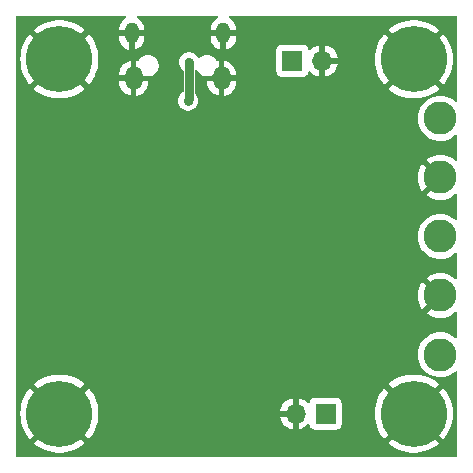
<source format=gbr>
%TF.GenerationSoftware,KiCad,Pcbnew,7.0.1*%
%TF.CreationDate,2023-05-14T20:32:12+02:00*%
%TF.ProjectId,adr4520_vref,61647234-3532-4305-9f76-7265662e6b69,rev?*%
%TF.SameCoordinates,Original*%
%TF.FileFunction,Copper,L2,Bot*%
%TF.FilePolarity,Positive*%
%FSLAX46Y46*%
G04 Gerber Fmt 4.6, Leading zero omitted, Abs format (unit mm)*
G04 Created by KiCad (PCBNEW 7.0.1) date 2023-05-14 20:32:12*
%MOMM*%
%LPD*%
G01*
G04 APERTURE LIST*
%TA.AperFunction,ComponentPad*%
%ADD10R,1.700000X1.700000*%
%TD*%
%TA.AperFunction,ComponentPad*%
%ADD11O,1.700000X1.700000*%
%TD*%
%TA.AperFunction,ComponentPad*%
%ADD12C,5.600000*%
%TD*%
%TA.AperFunction,ComponentPad*%
%ADD13C,2.800000*%
%TD*%
%TA.AperFunction,ComponentPad*%
%ADD14O,1.150000X1.800000*%
%TD*%
%TA.AperFunction,ComponentPad*%
%ADD15O,1.450000X2.000000*%
%TD*%
%TA.AperFunction,ViaPad*%
%ADD16C,0.700000*%
%TD*%
%TA.AperFunction,Conductor*%
%ADD17C,0.750000*%
%TD*%
G04 APERTURE END LIST*
D10*
%TO.P,J2,1,Pin_1*%
%TO.N,/2V048*%
X77540000Y-85000000D03*
D11*
%TO.P,J2,2,Pin_2*%
%TO.N,GND*%
X75000000Y-85000000D03*
%TD*%
D10*
%TO.P,J3,1,Pin_1*%
%TO.N,VBUS*%
X74725000Y-55125000D03*
D11*
%TO.P,J3,2,Pin_2*%
%TO.N,GND*%
X77265000Y-55125000D03*
%TD*%
D12*
%TO.P,H3,1,1*%
%TO.N,GND*%
X55000000Y-85000000D03*
%TD*%
D13*
%TO.P,TP3,1,1*%
%TO.N,VBUS*%
X87250000Y-60000000D03*
%TD*%
%TO.P,TP5,1,1*%
%TO.N,+3V3*%
X87250000Y-70000000D03*
%TD*%
D12*
%TO.P,H2,1,1*%
%TO.N,GND*%
X85000000Y-55000000D03*
%TD*%
D14*
%TO.P,J1,6,Shield*%
%TO.N,GND*%
X68875000Y-52800000D03*
D15*
X68725000Y-56600000D03*
X61275000Y-56600000D03*
D14*
X61125000Y-52800000D03*
%TD*%
D13*
%TO.P,TP2,1,1*%
%TO.N,GND*%
X87250000Y-75000000D03*
%TD*%
%TO.P,TP1,1,1*%
%TO.N,/2V048*%
X87250000Y-80000000D03*
%TD*%
%TO.P,TP4,1,1*%
%TO.N,GND*%
X87250000Y-65000000D03*
%TD*%
D12*
%TO.P,H1,1,1*%
%TO.N,GND*%
X55000000Y-55000000D03*
%TD*%
%TO.P,H4,1,1*%
%TO.N,GND*%
X85000000Y-85000000D03*
%TD*%
D16*
%TO.N,GND*%
X72000000Y-83250000D03*
X79250000Y-79250000D03*
X56750000Y-79000000D03*
X63000000Y-59750000D03*
X61000000Y-66250000D03*
X71000000Y-80750000D03*
X57750000Y-76250000D03*
X63900000Y-55200000D03*
X71750000Y-69250000D03*
X56750000Y-69500000D03*
X60500000Y-81750000D03*
X78250000Y-70750000D03*
X71000000Y-79000000D03*
X63000000Y-58500000D03*
X63250000Y-81750000D03*
X56750000Y-77250000D03*
X71000000Y-84000000D03*
X56000000Y-72000000D03*
X76500000Y-79250000D03*
X59750000Y-67500000D03*
X62500000Y-67500000D03*
X56750000Y-72750000D03*
X71500000Y-71750000D03*
X72500000Y-70750000D03*
X71750000Y-67799500D03*
X56000000Y-70250000D03*
X72000000Y-81500000D03*
X78250000Y-68250000D03*
X57750000Y-80000000D03*
X64250000Y-58500000D03*
X72000000Y-79750000D03*
%TO.N,VBUS*%
X66000000Y-55250000D03*
X65900000Y-58500000D03*
%TD*%
D17*
%TO.N,VBUS*%
X66000000Y-58400000D02*
X65900000Y-58500000D01*
X66000000Y-55250000D02*
X66000000Y-58400000D01*
%TD*%
%TA.AperFunction,Conductor*%
%TO.N,GND*%
G36*
X60603036Y-51318313D02*
G01*
X60648673Y-51366633D01*
X60662801Y-51431579D01*
X60641362Y-51494491D01*
X60590515Y-51537294D01*
X60585053Y-51539788D01*
X60417824Y-51658872D01*
X60276146Y-51807459D01*
X60165157Y-51980162D01*
X60088852Y-52170762D01*
X60050000Y-52372350D01*
X60050000Y-52550000D01*
X62200000Y-52550000D01*
X62200000Y-52423794D01*
X62185374Y-52270626D01*
X62127535Y-52073646D01*
X62033459Y-51891163D01*
X61906554Y-51729792D01*
X61751396Y-51595346D01*
X61641480Y-51531887D01*
X61596093Y-51486500D01*
X61579480Y-51424500D01*
X61596093Y-51362500D01*
X61641480Y-51317113D01*
X61703480Y-51300500D01*
X68289003Y-51300500D01*
X68353036Y-51318313D01*
X68398673Y-51366633D01*
X68412801Y-51431579D01*
X68391362Y-51494491D01*
X68340515Y-51537294D01*
X68335053Y-51539788D01*
X68167824Y-51658872D01*
X68026146Y-51807459D01*
X67915157Y-51980162D01*
X67838852Y-52170762D01*
X67800000Y-52372350D01*
X67800000Y-52550000D01*
X69950000Y-52550000D01*
X69950000Y-52493703D01*
X82847255Y-52493703D01*
X85000000Y-54646447D01*
X85000001Y-54646447D01*
X87152743Y-52493703D01*
X87152742Y-52493702D01*
X87139514Y-52481171D01*
X86854636Y-52264613D01*
X86548015Y-52080126D01*
X86223253Y-51929875D01*
X85884140Y-51815614D01*
X85534664Y-51738689D01*
X85178922Y-51700000D01*
X84821078Y-51700000D01*
X84465335Y-51738689D01*
X84115859Y-51815614D01*
X83776746Y-51929875D01*
X83451984Y-52080126D01*
X83145363Y-52264613D01*
X82860486Y-52481170D01*
X82847256Y-52493702D01*
X82847255Y-52493703D01*
X69950000Y-52493703D01*
X69950000Y-52423794D01*
X69935374Y-52270626D01*
X69877535Y-52073646D01*
X69783459Y-51891163D01*
X69656554Y-51729792D01*
X69501396Y-51595346D01*
X69391480Y-51531887D01*
X69346093Y-51486500D01*
X69329480Y-51424500D01*
X69346093Y-51362500D01*
X69391480Y-51317113D01*
X69453480Y-51300500D01*
X88575500Y-51300500D01*
X88637500Y-51317113D01*
X88682887Y-51362500D01*
X88699500Y-51424500D01*
X88699500Y-58463343D01*
X88680995Y-58528510D01*
X88631004Y-58574227D01*
X88564447Y-58586849D01*
X88501189Y-58562610D01*
X88497744Y-58560031D01*
X88497742Y-58560029D01*
X88280113Y-58397113D01*
X88280114Y-58397113D01*
X88280108Y-58397109D01*
X88041519Y-58266831D01*
X88041517Y-58266830D01*
X88041513Y-58266828D01*
X87786801Y-58171825D01*
X87786796Y-58171823D01*
X87521161Y-58114039D01*
X87250000Y-58094644D01*
X86978838Y-58114039D01*
X86713203Y-58171823D01*
X86568956Y-58225624D01*
X86458487Y-58266828D01*
X86458484Y-58266829D01*
X86458480Y-58266831D01*
X86219891Y-58397109D01*
X86002255Y-58560031D01*
X85810031Y-58752255D01*
X85647109Y-58969891D01*
X85516831Y-59208480D01*
X85421823Y-59463203D01*
X85364039Y-59728838D01*
X85344644Y-60000000D01*
X85364039Y-60271161D01*
X85421823Y-60536796D01*
X85421825Y-60536801D01*
X85516828Y-60791513D01*
X85516830Y-60791517D01*
X85516831Y-60791519D01*
X85647109Y-61030108D01*
X85647113Y-61030113D01*
X85810029Y-61247742D01*
X86002258Y-61439971D01*
X86131415Y-61536657D01*
X86219891Y-61602890D01*
X86415802Y-61709864D01*
X86458487Y-61733172D01*
X86713199Y-61828175D01*
X86713202Y-61828175D01*
X86713203Y-61828176D01*
X86762852Y-61838976D01*
X86978840Y-61885961D01*
X87250000Y-61905355D01*
X87521160Y-61885961D01*
X87786801Y-61828175D01*
X88041513Y-61733172D01*
X88280113Y-61602887D01*
X88497742Y-61439971D01*
X88497744Y-61439968D01*
X88501189Y-61437390D01*
X88564447Y-61413151D01*
X88631004Y-61425773D01*
X88680995Y-61471490D01*
X88699500Y-61536657D01*
X88699500Y-63463968D01*
X88680995Y-63529135D01*
X88631005Y-63574852D01*
X88564448Y-63587474D01*
X88501190Y-63563235D01*
X88279842Y-63397536D01*
X88041307Y-63267287D01*
X87786654Y-63172305D01*
X87521089Y-63114536D01*
X87250000Y-63095146D01*
X86978910Y-63114536D01*
X86713345Y-63172305D01*
X86458692Y-63267286D01*
X86220162Y-63397534D01*
X86094875Y-63491321D01*
X87250000Y-64646447D01*
X87515871Y-64912318D01*
X87547965Y-64967905D01*
X87547965Y-65032093D01*
X87515871Y-65087680D01*
X86094874Y-66508677D01*
X86094875Y-66508678D01*
X86220157Y-66602463D01*
X86458692Y-66732712D01*
X86713345Y-66827694D01*
X86978910Y-66885463D01*
X87250000Y-66904853D01*
X87521089Y-66885463D01*
X87786654Y-66827694D01*
X88041307Y-66732712D01*
X88279842Y-66602463D01*
X88501190Y-66436765D01*
X88564448Y-66412526D01*
X88631005Y-66425148D01*
X88680995Y-66470865D01*
X88699500Y-66536032D01*
X88699500Y-68463343D01*
X88680995Y-68528510D01*
X88631004Y-68574227D01*
X88564447Y-68586849D01*
X88501189Y-68562610D01*
X88497744Y-68560031D01*
X88497742Y-68560029D01*
X88280113Y-68397113D01*
X88280114Y-68397113D01*
X88280108Y-68397109D01*
X88041519Y-68266831D01*
X88041517Y-68266830D01*
X88041513Y-68266828D01*
X87786801Y-68171825D01*
X87786796Y-68171823D01*
X87521161Y-68114039D01*
X87250000Y-68094644D01*
X86978838Y-68114039D01*
X86713203Y-68171823D01*
X86568956Y-68225624D01*
X86458487Y-68266828D01*
X86458484Y-68266829D01*
X86458480Y-68266831D01*
X86219891Y-68397109D01*
X86002255Y-68560031D01*
X85810031Y-68752255D01*
X85647109Y-68969891D01*
X85516831Y-69208480D01*
X85421823Y-69463203D01*
X85364039Y-69728838D01*
X85344644Y-69999999D01*
X85364039Y-70271161D01*
X85421823Y-70536796D01*
X85421825Y-70536801D01*
X85516828Y-70791513D01*
X85516830Y-70791517D01*
X85516831Y-70791519D01*
X85647109Y-71030108D01*
X85647113Y-71030113D01*
X85810029Y-71247742D01*
X86002258Y-71439971D01*
X86131415Y-71536657D01*
X86219891Y-71602890D01*
X86415802Y-71709864D01*
X86458487Y-71733172D01*
X86713199Y-71828175D01*
X86713202Y-71828175D01*
X86713203Y-71828176D01*
X86762852Y-71838976D01*
X86978840Y-71885961D01*
X87250000Y-71905355D01*
X87521160Y-71885961D01*
X87786801Y-71828175D01*
X88041513Y-71733172D01*
X88280113Y-71602887D01*
X88497742Y-71439971D01*
X88497744Y-71439968D01*
X88501189Y-71437390D01*
X88564447Y-71413151D01*
X88631004Y-71425773D01*
X88680995Y-71471490D01*
X88699500Y-71536657D01*
X88699500Y-73463968D01*
X88680995Y-73529135D01*
X88631005Y-73574852D01*
X88564448Y-73587474D01*
X88501190Y-73563235D01*
X88279842Y-73397536D01*
X88041307Y-73267287D01*
X87786654Y-73172305D01*
X87521089Y-73114536D01*
X87250000Y-73095146D01*
X86978910Y-73114536D01*
X86713345Y-73172305D01*
X86458692Y-73267286D01*
X86220162Y-73397534D01*
X86094875Y-73491321D01*
X87250000Y-74646447D01*
X87515871Y-74912318D01*
X87547965Y-74967905D01*
X87547965Y-75032093D01*
X87515871Y-75087680D01*
X86094874Y-76508677D01*
X86094875Y-76508678D01*
X86220157Y-76602463D01*
X86458692Y-76732712D01*
X86713345Y-76827694D01*
X86978910Y-76885463D01*
X87250000Y-76904853D01*
X87521089Y-76885463D01*
X87786654Y-76827694D01*
X88041307Y-76732712D01*
X88279842Y-76602463D01*
X88501190Y-76436765D01*
X88564448Y-76412526D01*
X88631005Y-76425148D01*
X88680995Y-76470865D01*
X88699500Y-76536032D01*
X88699500Y-78463343D01*
X88680995Y-78528510D01*
X88631004Y-78574227D01*
X88564447Y-78586849D01*
X88501189Y-78562610D01*
X88497744Y-78560031D01*
X88497742Y-78560029D01*
X88280113Y-78397113D01*
X88280114Y-78397113D01*
X88280108Y-78397109D01*
X88041519Y-78266831D01*
X88041517Y-78266830D01*
X88041513Y-78266828D01*
X87786801Y-78171825D01*
X87786796Y-78171823D01*
X87521161Y-78114039D01*
X87250000Y-78094644D01*
X86978838Y-78114039D01*
X86713203Y-78171823D01*
X86568956Y-78225624D01*
X86458487Y-78266828D01*
X86458484Y-78266829D01*
X86458480Y-78266831D01*
X86219891Y-78397109D01*
X86002255Y-78560031D01*
X85810031Y-78752255D01*
X85647109Y-78969891D01*
X85516831Y-79208480D01*
X85421823Y-79463203D01*
X85364039Y-79728838D01*
X85344644Y-80000000D01*
X85364039Y-80271161D01*
X85421823Y-80536796D01*
X85421825Y-80536801D01*
X85516828Y-80791513D01*
X85516830Y-80791517D01*
X85516831Y-80791519D01*
X85647109Y-81030108D01*
X85647113Y-81030113D01*
X85810029Y-81247742D01*
X86002258Y-81439971D01*
X86131415Y-81536657D01*
X86219891Y-81602890D01*
X86397737Y-81700000D01*
X86458487Y-81733172D01*
X86713199Y-81828175D01*
X86713202Y-81828175D01*
X86713203Y-81828176D01*
X86762852Y-81838976D01*
X86978840Y-81885961D01*
X87250000Y-81905355D01*
X87521160Y-81885961D01*
X87786801Y-81828175D01*
X88041513Y-81733172D01*
X88280113Y-81602887D01*
X88497742Y-81439971D01*
X88497744Y-81439968D01*
X88501189Y-81437390D01*
X88564447Y-81413151D01*
X88631004Y-81425773D01*
X88680995Y-81471490D01*
X88699500Y-81536657D01*
X88699500Y-88575500D01*
X88682887Y-88637500D01*
X88637500Y-88682887D01*
X88575500Y-88699500D01*
X51424500Y-88699500D01*
X51362500Y-88682887D01*
X51317113Y-88637500D01*
X51300500Y-88575500D01*
X51300500Y-87506295D01*
X52847255Y-87506295D01*
X52847256Y-87506296D01*
X52860485Y-87518828D01*
X53145363Y-87735386D01*
X53451984Y-87919873D01*
X53776746Y-88070124D01*
X54115859Y-88184385D01*
X54465335Y-88261310D01*
X54821078Y-88300000D01*
X55178922Y-88300000D01*
X55534664Y-88261310D01*
X55884140Y-88184385D01*
X56223253Y-88070124D01*
X56548015Y-87919873D01*
X56854636Y-87735386D01*
X57139515Y-87518827D01*
X57152742Y-87506297D01*
X57152743Y-87506295D01*
X82847255Y-87506295D01*
X82847256Y-87506296D01*
X82860485Y-87518828D01*
X83145363Y-87735386D01*
X83451984Y-87919873D01*
X83776746Y-88070124D01*
X84115859Y-88184385D01*
X84465335Y-88261310D01*
X84821078Y-88300000D01*
X85178922Y-88300000D01*
X85534664Y-88261310D01*
X85884140Y-88184385D01*
X86223253Y-88070124D01*
X86548015Y-87919873D01*
X86854636Y-87735386D01*
X87139515Y-87518827D01*
X87152742Y-87506297D01*
X87152743Y-87506295D01*
X85000000Y-85353553D01*
X82847255Y-87506295D01*
X57152743Y-87506295D01*
X55000000Y-85353553D01*
X52847255Y-87506295D01*
X51300500Y-87506295D01*
X51300500Y-84999999D01*
X51695152Y-84999999D01*
X51714525Y-85357310D01*
X51772419Y-85710451D01*
X51868149Y-86055241D01*
X52000601Y-86387670D01*
X52168218Y-86703829D01*
X52369031Y-87000004D01*
X52496441Y-87150003D01*
X52496442Y-87150004D01*
X54646447Y-85000001D01*
X54646447Y-85000000D01*
X55353553Y-85000000D01*
X57503556Y-87150003D01*
X57630968Y-87000004D01*
X57831781Y-86703829D01*
X57999398Y-86387670D01*
X58131850Y-86055241D01*
X58227580Y-85710451D01*
X58285474Y-85357310D01*
X58291292Y-85250000D01*
X73669364Y-85250000D01*
X73726569Y-85463492D01*
X73826399Y-85677576D01*
X73961893Y-85871081D01*
X74128918Y-86038106D01*
X74322423Y-86173600D01*
X74536507Y-86273430D01*
X74749999Y-86330635D01*
X74750000Y-86330636D01*
X74750000Y-86330635D01*
X75250000Y-86330635D01*
X75463492Y-86273430D01*
X75677576Y-86173600D01*
X75871077Y-86038109D01*
X75993133Y-85916053D01*
X76045880Y-85884757D01*
X76107173Y-85882568D01*
X76162018Y-85910021D01*
X76196996Y-85960399D01*
X76246204Y-86092331D01*
X76332454Y-86207546D01*
X76447669Y-86293796D01*
X76582517Y-86344091D01*
X76642127Y-86350500D01*
X78437872Y-86350499D01*
X78497483Y-86344091D01*
X78632331Y-86293796D01*
X78747546Y-86207546D01*
X78833796Y-86092331D01*
X78884091Y-85957483D01*
X78890500Y-85897873D01*
X78890499Y-84999999D01*
X81695152Y-84999999D01*
X81714525Y-85357310D01*
X81772419Y-85710451D01*
X81868149Y-86055241D01*
X82000601Y-86387670D01*
X82168218Y-86703829D01*
X82369031Y-87000004D01*
X82496441Y-87150003D01*
X82496442Y-87150004D01*
X84646447Y-85000001D01*
X85353553Y-85000001D01*
X87503556Y-87150003D01*
X87630968Y-87000004D01*
X87831781Y-86703829D01*
X87999398Y-86387670D01*
X88131850Y-86055241D01*
X88227580Y-85710451D01*
X88285474Y-85357310D01*
X88304847Y-84999999D01*
X88285474Y-84642689D01*
X88227580Y-84289548D01*
X88131850Y-83944758D01*
X87999398Y-83612329D01*
X87831781Y-83296170D01*
X87630968Y-82999995D01*
X87503557Y-82849995D01*
X87503556Y-82849994D01*
X85353553Y-84999999D01*
X85353553Y-85000001D01*
X84646447Y-85000001D01*
X84646447Y-84999999D01*
X82496442Y-82849994D01*
X82496441Y-82849995D01*
X82369030Y-82999995D01*
X82168218Y-83296170D01*
X82000601Y-83612329D01*
X81868149Y-83944758D01*
X81772419Y-84289548D01*
X81714525Y-84642689D01*
X81695152Y-84999999D01*
X78890499Y-84999999D01*
X78890499Y-84102128D01*
X78884091Y-84042517D01*
X78833796Y-83907669D01*
X78747546Y-83792454D01*
X78632331Y-83706204D01*
X78497483Y-83655909D01*
X78437873Y-83649500D01*
X78437869Y-83649500D01*
X76642130Y-83649500D01*
X76582515Y-83655909D01*
X76447669Y-83706204D01*
X76332454Y-83792454D01*
X76246204Y-83907669D01*
X76196997Y-84039599D01*
X76162018Y-84089978D01*
X76107173Y-84117431D01*
X76045880Y-84115242D01*
X75993134Y-84083946D01*
X75871081Y-83961893D01*
X75677576Y-83826399D01*
X75463492Y-83726569D01*
X75250000Y-83669364D01*
X75250000Y-86330635D01*
X74750000Y-86330635D01*
X74750000Y-85250000D01*
X73669364Y-85250000D01*
X58291292Y-85250000D01*
X58304847Y-84999999D01*
X58291292Y-84750000D01*
X73669364Y-84750000D01*
X74750000Y-84750000D01*
X74750000Y-83669364D01*
X74749999Y-83669364D01*
X74536507Y-83726569D01*
X74322421Y-83826400D01*
X74128921Y-83961890D01*
X73961890Y-84128921D01*
X73826400Y-84322421D01*
X73726569Y-84536507D01*
X73669364Y-84749999D01*
X73669364Y-84750000D01*
X58291292Y-84750000D01*
X58285474Y-84642689D01*
X58227580Y-84289548D01*
X58131850Y-83944758D01*
X57999398Y-83612329D01*
X57831781Y-83296170D01*
X57630968Y-82999995D01*
X57503557Y-82849995D01*
X57503556Y-82849994D01*
X55353553Y-85000000D01*
X54646447Y-85000000D01*
X52496442Y-82849994D01*
X52496441Y-82849995D01*
X52369030Y-82999995D01*
X52168218Y-83296170D01*
X52000601Y-83612329D01*
X51868149Y-83944758D01*
X51772419Y-84289548D01*
X51714525Y-84642689D01*
X51695152Y-84999999D01*
X51300500Y-84999999D01*
X51300500Y-82493703D01*
X52847255Y-82493703D01*
X55000000Y-84646447D01*
X55000001Y-84646447D01*
X57152743Y-82493703D01*
X82847255Y-82493703D01*
X85000000Y-84646447D01*
X85000001Y-84646447D01*
X87152743Y-82493703D01*
X87152742Y-82493702D01*
X87139514Y-82481171D01*
X86854636Y-82264613D01*
X86548015Y-82080126D01*
X86223253Y-81929875D01*
X85884140Y-81815614D01*
X85534664Y-81738689D01*
X85178922Y-81700000D01*
X84821078Y-81700000D01*
X84465335Y-81738689D01*
X84115859Y-81815614D01*
X83776746Y-81929875D01*
X83451984Y-82080126D01*
X83145363Y-82264613D01*
X82860486Y-82481170D01*
X82847256Y-82493702D01*
X82847255Y-82493703D01*
X57152743Y-82493703D01*
X57152742Y-82493702D01*
X57139514Y-82481171D01*
X56854636Y-82264613D01*
X56548015Y-82080126D01*
X56223253Y-81929875D01*
X55884140Y-81815614D01*
X55534664Y-81738689D01*
X55178922Y-81700000D01*
X54821078Y-81700000D01*
X54465335Y-81738689D01*
X54115859Y-81815614D01*
X53776746Y-81929875D01*
X53451984Y-82080126D01*
X53145363Y-82264613D01*
X52860486Y-82481170D01*
X52847256Y-82493702D01*
X52847255Y-82493703D01*
X51300500Y-82493703D01*
X51300500Y-74999999D01*
X85345146Y-74999999D01*
X85364536Y-75271089D01*
X85422305Y-75536654D01*
X85517287Y-75791307D01*
X85647536Y-76029842D01*
X85741320Y-76155124D01*
X85741321Y-76155124D01*
X86896446Y-75000001D01*
X86896446Y-74999999D01*
X85741321Y-73844875D01*
X85647534Y-73970162D01*
X85517286Y-74208692D01*
X85422305Y-74463345D01*
X85364536Y-74728910D01*
X85345146Y-74999999D01*
X51300500Y-74999999D01*
X51300500Y-65000000D01*
X85345146Y-65000000D01*
X85364536Y-65271089D01*
X85422305Y-65536654D01*
X85517287Y-65791307D01*
X85647536Y-66029842D01*
X85741320Y-66155124D01*
X86896446Y-65000000D01*
X86896446Y-64999998D01*
X85741321Y-63844875D01*
X85647534Y-63970162D01*
X85517286Y-64208692D01*
X85422305Y-64463345D01*
X85364536Y-64728910D01*
X85345146Y-65000000D01*
X51300500Y-65000000D01*
X51300500Y-58500000D01*
X65044815Y-58500000D01*
X65063503Y-58677804D01*
X65118749Y-58847835D01*
X65208140Y-59002665D01*
X65327771Y-59135527D01*
X65472403Y-59240610D01*
X65635735Y-59313330D01*
X65810607Y-59350500D01*
X65810609Y-59350500D01*
X65989391Y-59350500D01*
X65989393Y-59350500D01*
X66164264Y-59313330D01*
X66164265Y-59313329D01*
X66164267Y-59313329D01*
X66327593Y-59240612D01*
X66472230Y-59135526D01*
X66591859Y-59002665D01*
X66681250Y-58847835D01*
X66736497Y-58677803D01*
X66755185Y-58500000D01*
X66736497Y-58322197D01*
X66687638Y-58171825D01*
X66681250Y-58152164D01*
X66591859Y-57997334D01*
X66496250Y-57891150D01*
X66472636Y-57852616D01*
X66464400Y-57808178D01*
X66464400Y-56850000D01*
X67500000Y-56850000D01*
X67500000Y-56930007D01*
X67514816Y-57094620D01*
X67573476Y-57307173D01*
X67669147Y-57505838D01*
X67798761Y-57684233D01*
X67958137Y-57836614D01*
X68142164Y-57958088D01*
X68344923Y-58044753D01*
X68474999Y-58074442D01*
X68475000Y-58074442D01*
X68475000Y-56850000D01*
X68975000Y-56850000D01*
X68975000Y-58077322D01*
X68998689Y-58074114D01*
X69208401Y-58005973D01*
X69402576Y-57901482D01*
X69574973Y-57764001D01*
X69720051Y-57597946D01*
X69774810Y-57506295D01*
X82847255Y-57506295D01*
X82847256Y-57506296D01*
X82860485Y-57518828D01*
X83145363Y-57735386D01*
X83451984Y-57919873D01*
X83776746Y-58070124D01*
X84115859Y-58184385D01*
X84465335Y-58261310D01*
X84821078Y-58300000D01*
X85178922Y-58300000D01*
X85534664Y-58261310D01*
X85884140Y-58184385D01*
X86223253Y-58070124D01*
X86548015Y-57919873D01*
X86854636Y-57735386D01*
X87139515Y-57518827D01*
X87152742Y-57506297D01*
X87152743Y-57506295D01*
X85000000Y-55353553D01*
X82847255Y-57506295D01*
X69774810Y-57506295D01*
X69833148Y-57408655D01*
X69910627Y-57202212D01*
X69950000Y-56985253D01*
X69950000Y-56850000D01*
X68975000Y-56850000D01*
X68475000Y-56850000D01*
X67500000Y-56850000D01*
X66464400Y-56850000D01*
X66464400Y-56027051D01*
X66477912Y-55970762D01*
X66515504Y-55926741D01*
X66517425Y-55925345D01*
X66567714Y-55903733D01*
X66622408Y-55905879D01*
X66670850Y-55931363D01*
X66703601Y-55975220D01*
X66715849Y-56002731D01*
X66739918Y-56035860D01*
X66746984Y-56046740D01*
X66767467Y-56082216D01*
X66794867Y-56112647D01*
X66794877Y-56112657D01*
X66803041Y-56122739D01*
X66827112Y-56155871D01*
X66857544Y-56183272D01*
X66866715Y-56192442D01*
X66894129Y-56222888D01*
X66894130Y-56222889D01*
X66927258Y-56246957D01*
X66937347Y-56255127D01*
X66967781Y-56282531D01*
X66967783Y-56282532D01*
X66967784Y-56282533D01*
X67003266Y-56303019D01*
X67014136Y-56310078D01*
X67047270Y-56334151D01*
X67084683Y-56350808D01*
X67096239Y-56356696D01*
X67131716Y-56377179D01*
X67170666Y-56389834D01*
X67182778Y-56394483D01*
X67220197Y-56411144D01*
X67260267Y-56419660D01*
X67272782Y-56423014D01*
X67311744Y-56435674D01*
X67352485Y-56439955D01*
X67365294Y-56441985D01*
X67405354Y-56450500D01*
X67452808Y-56450500D01*
X67594643Y-56450500D01*
X67594646Y-56450500D01*
X67634726Y-56441980D01*
X67647503Y-56439956D01*
X67688256Y-56435674D01*
X67727220Y-56423012D01*
X67739741Y-56419658D01*
X67765860Y-56414107D01*
X67779799Y-56411145D01*
X67779799Y-56411144D01*
X67779803Y-56411144D01*
X67817234Y-56394477D01*
X67829324Y-56389836D01*
X67868284Y-56377179D01*
X67886583Y-56366613D01*
X67948584Y-56350000D01*
X68475000Y-56350000D01*
X68475000Y-55125557D01*
X68975000Y-55125557D01*
X68975000Y-56350000D01*
X69950000Y-56350000D01*
X69950000Y-56269993D01*
X69935183Y-56105379D01*
X69912412Y-56022869D01*
X73374500Y-56022869D01*
X73380909Y-56082484D01*
X73392159Y-56112647D01*
X73431204Y-56217331D01*
X73517454Y-56332546D01*
X73632669Y-56418796D01*
X73767517Y-56469091D01*
X73827127Y-56475500D01*
X75622872Y-56475499D01*
X75682483Y-56469091D01*
X75817331Y-56418796D01*
X75932546Y-56332546D01*
X76018796Y-56217331D01*
X76068003Y-56085398D01*
X76102981Y-56035021D01*
X76157826Y-56007568D01*
X76219119Y-56009757D01*
X76271865Y-56041053D01*
X76393918Y-56163106D01*
X76587423Y-56298600D01*
X76801507Y-56398430D01*
X77014999Y-56455635D01*
X77015000Y-56455636D01*
X77015000Y-55375000D01*
X77515000Y-55375000D01*
X77515000Y-56455635D01*
X77728492Y-56398430D01*
X77942576Y-56298600D01*
X78136081Y-56163106D01*
X78303106Y-55996081D01*
X78438600Y-55802576D01*
X78538430Y-55588492D01*
X78595636Y-55375000D01*
X77515000Y-55375000D01*
X77015000Y-55375000D01*
X77015000Y-55000000D01*
X81695152Y-55000000D01*
X81714525Y-55357310D01*
X81772419Y-55710451D01*
X81868149Y-56055241D01*
X82000601Y-56387670D01*
X82168218Y-56703829D01*
X82369031Y-57000004D01*
X82496441Y-57150003D01*
X82496442Y-57150004D01*
X84646447Y-55000001D01*
X85353553Y-55000001D01*
X87503556Y-57150003D01*
X87630968Y-57000004D01*
X87831781Y-56703829D01*
X87999398Y-56387670D01*
X88131850Y-56055241D01*
X88227580Y-55710451D01*
X88285474Y-55357310D01*
X88304847Y-55000000D01*
X88285474Y-54642689D01*
X88227580Y-54289548D01*
X88131850Y-53944758D01*
X87999398Y-53612329D01*
X87831781Y-53296170D01*
X87630968Y-52999995D01*
X87503557Y-52849995D01*
X87503556Y-52849994D01*
X85353553Y-54999999D01*
X85353553Y-55000001D01*
X84646447Y-55000001D01*
X84646447Y-54999999D01*
X82496442Y-52849994D01*
X82496441Y-52849995D01*
X82369030Y-52999995D01*
X82168218Y-53296170D01*
X82000601Y-53612329D01*
X81868149Y-53944758D01*
X81772419Y-54289548D01*
X81714525Y-54642689D01*
X81695152Y-55000000D01*
X77015000Y-55000000D01*
X77015000Y-53794364D01*
X77515000Y-53794364D01*
X77515000Y-54875000D01*
X78595636Y-54875000D01*
X78595635Y-54874999D01*
X78538430Y-54661507D01*
X78438599Y-54447421D01*
X78303109Y-54253921D01*
X78136081Y-54086893D01*
X77942576Y-53951399D01*
X77728492Y-53851569D01*
X77515000Y-53794364D01*
X77015000Y-53794364D01*
X77014999Y-53794364D01*
X76801507Y-53851569D01*
X76587421Y-53951400D01*
X76393924Y-54086888D01*
X76271865Y-54208947D01*
X76219118Y-54240242D01*
X76157825Y-54242431D01*
X76102981Y-54214978D01*
X76068002Y-54164598D01*
X76060877Y-54145495D01*
X76018796Y-54032669D01*
X75932546Y-53917454D01*
X75817331Y-53831204D01*
X75682483Y-53780909D01*
X75622873Y-53774500D01*
X75622869Y-53774500D01*
X73827130Y-53774500D01*
X73767515Y-53780909D01*
X73632669Y-53831204D01*
X73517454Y-53917454D01*
X73431204Y-54032668D01*
X73380909Y-54167516D01*
X73374500Y-54227130D01*
X73374500Y-56022869D01*
X69912412Y-56022869D01*
X69876523Y-55892826D01*
X69780852Y-55694161D01*
X69651238Y-55515766D01*
X69491862Y-55363385D01*
X69307835Y-55241911D01*
X69105076Y-55155246D01*
X68975000Y-55125557D01*
X68475000Y-55125557D01*
X68475000Y-55122678D01*
X68474999Y-55122677D01*
X68451311Y-55125885D01*
X68418575Y-55136522D01*
X68367294Y-55141910D01*
X68318256Y-55125976D01*
X68279941Y-55091476D01*
X68260075Y-55064131D01*
X68253015Y-55053260D01*
X68232531Y-55017781D01*
X68205127Y-54987347D01*
X68196957Y-54977258D01*
X68172889Y-54944130D01*
X68172887Y-54944128D01*
X68142442Y-54916715D01*
X68133274Y-54907546D01*
X68105871Y-54877112D01*
X68096785Y-54870511D01*
X68084164Y-54861341D01*
X68072739Y-54853041D01*
X68062662Y-54844881D01*
X68032216Y-54817467D01*
X68032215Y-54817466D01*
X67996740Y-54796984D01*
X67985860Y-54789918D01*
X67952732Y-54765850D01*
X67952728Y-54765848D01*
X67915308Y-54749187D01*
X67903755Y-54743300D01*
X67868284Y-54722821D01*
X67829331Y-54710164D01*
X67817213Y-54705512D01*
X67779805Y-54688856D01*
X67758011Y-54684224D01*
X67739739Y-54680340D01*
X67727209Y-54676982D01*
X67688255Y-54664325D01*
X67647519Y-54660043D01*
X67634706Y-54658014D01*
X67594646Y-54649500D01*
X67405354Y-54649500D01*
X67405351Y-54649500D01*
X67365292Y-54658013D01*
X67352483Y-54660042D01*
X67311744Y-54664325D01*
X67272794Y-54676981D01*
X67260258Y-54680340D01*
X67220198Y-54688854D01*
X67182780Y-54705514D01*
X67170668Y-54710163D01*
X67131715Y-54722820D01*
X67096241Y-54743301D01*
X67084681Y-54749191D01*
X67047270Y-54765848D01*
X67014137Y-54789919D01*
X67003260Y-54796983D01*
X66967782Y-54817467D01*
X66937347Y-54844871D01*
X66927265Y-54853036D01*
X66915835Y-54861341D01*
X66851599Y-54884723D01*
X66784733Y-54870511D01*
X66735559Y-54823025D01*
X66691859Y-54747334D01*
X66572228Y-54614472D01*
X66427596Y-54509389D01*
X66264264Y-54436669D01*
X66089393Y-54399500D01*
X66089391Y-54399500D01*
X65910609Y-54399500D01*
X65910607Y-54399500D01*
X65735735Y-54436669D01*
X65572408Y-54509387D01*
X65427768Y-54614474D01*
X65308140Y-54747334D01*
X65218749Y-54902164D01*
X65163503Y-55072195D01*
X65144815Y-55249999D01*
X65163503Y-55427804D01*
X65218749Y-55597835D01*
X65308140Y-55752665D01*
X65411273Y-55867204D01*
X65427770Y-55885526D01*
X65455783Y-55905879D01*
X65484487Y-55926734D01*
X65522085Y-55970757D01*
X65535600Y-56027051D01*
X65535600Y-57650726D01*
X65526571Y-57697177D01*
X65500799Y-57736863D01*
X65481812Y-57750158D01*
X65482952Y-57751727D01*
X65327768Y-57864474D01*
X65208140Y-57997334D01*
X65118749Y-58152164D01*
X65063503Y-58322195D01*
X65044815Y-58500000D01*
X51300500Y-58500000D01*
X51300500Y-57506295D01*
X52847255Y-57506295D01*
X52847256Y-57506296D01*
X52860485Y-57518828D01*
X53145363Y-57735386D01*
X53451984Y-57919873D01*
X53776746Y-58070124D01*
X54115859Y-58184385D01*
X54465335Y-58261310D01*
X54821078Y-58300000D01*
X55178922Y-58300000D01*
X55534664Y-58261310D01*
X55884140Y-58184385D01*
X56223253Y-58070124D01*
X56548015Y-57919873D01*
X56854636Y-57735386D01*
X57139515Y-57518827D01*
X57152742Y-57506297D01*
X57152743Y-57506295D01*
X55000000Y-55353553D01*
X52847255Y-57506295D01*
X51300500Y-57506295D01*
X51300500Y-54999999D01*
X51695152Y-54999999D01*
X51714525Y-55357310D01*
X51772419Y-55710451D01*
X51868149Y-56055241D01*
X52000601Y-56387670D01*
X52168218Y-56703829D01*
X52369031Y-57000004D01*
X52496441Y-57150003D01*
X52496442Y-57150004D01*
X54646447Y-55000001D01*
X54646447Y-55000000D01*
X55353553Y-55000000D01*
X57503556Y-57150003D01*
X57630968Y-57000004D01*
X57732674Y-56850000D01*
X60050000Y-56850000D01*
X60050000Y-56930007D01*
X60064816Y-57094620D01*
X60123476Y-57307173D01*
X60219147Y-57505838D01*
X60348761Y-57684233D01*
X60508137Y-57836614D01*
X60692164Y-57958088D01*
X60894923Y-58044753D01*
X61024999Y-58074442D01*
X61025000Y-58074442D01*
X61025000Y-56850000D01*
X61525000Y-56850000D01*
X61525000Y-58077322D01*
X61548689Y-58074114D01*
X61758401Y-58005973D01*
X61952576Y-57901482D01*
X62124973Y-57764001D01*
X62270051Y-57597946D01*
X62383148Y-57408655D01*
X62460627Y-57202212D01*
X62500000Y-56985253D01*
X62500000Y-56850000D01*
X61525000Y-56850000D01*
X61025000Y-56850000D01*
X60050000Y-56850000D01*
X57732674Y-56850000D01*
X57831781Y-56703829D01*
X57999398Y-56387670D01*
X58014407Y-56350000D01*
X60050000Y-56350000D01*
X61025000Y-56350000D01*
X61525000Y-56350000D01*
X62051415Y-56350000D01*
X62113415Y-56366612D01*
X62131716Y-56377179D01*
X62170666Y-56389834D01*
X62182778Y-56394483D01*
X62220197Y-56411144D01*
X62260267Y-56419660D01*
X62272782Y-56423014D01*
X62311744Y-56435674D01*
X62352485Y-56439955D01*
X62365294Y-56441985D01*
X62405354Y-56450500D01*
X62452808Y-56450500D01*
X62594643Y-56450500D01*
X62594646Y-56450500D01*
X62634726Y-56441980D01*
X62647503Y-56439956D01*
X62688256Y-56435674D01*
X62727220Y-56423012D01*
X62739741Y-56419658D01*
X62765860Y-56414107D01*
X62779799Y-56411145D01*
X62779799Y-56411144D01*
X62779803Y-56411144D01*
X62817234Y-56394477D01*
X62829324Y-56389836D01*
X62868284Y-56377179D01*
X62903757Y-56356698D01*
X62915307Y-56350811D01*
X62952730Y-56334151D01*
X62985872Y-56310071D01*
X62996734Y-56303018D01*
X63032216Y-56282533D01*
X63062654Y-56255125D01*
X63072740Y-56246958D01*
X63072741Y-56246957D01*
X63105871Y-56222888D01*
X63133284Y-56192441D01*
X63142441Y-56183284D01*
X63172888Y-56155871D01*
X63196958Y-56122739D01*
X63205125Y-56112654D01*
X63232533Y-56082216D01*
X63253018Y-56046734D01*
X63260071Y-56035872D01*
X63284151Y-56002730D01*
X63300811Y-55965307D01*
X63306700Y-55953753D01*
X63327179Y-55918284D01*
X63331209Y-55905879D01*
X63339836Y-55879324D01*
X63344477Y-55867234D01*
X63361144Y-55829803D01*
X63369658Y-55789741D01*
X63373012Y-55777220D01*
X63385674Y-55738256D01*
X63389956Y-55697503D01*
X63391980Y-55684726D01*
X63400500Y-55644646D01*
X63400500Y-55603692D01*
X63401179Y-55590731D01*
X63401414Y-55588492D01*
X63405460Y-55550000D01*
X63401178Y-55509267D01*
X63400500Y-55496308D01*
X63400500Y-55455354D01*
X63391986Y-55415300D01*
X63389955Y-55402480D01*
X63385674Y-55361744D01*
X63373014Y-55322782D01*
X63369660Y-55310267D01*
X63361144Y-55270197D01*
X63344483Y-55232778D01*
X63339831Y-55220658D01*
X63331178Y-55194026D01*
X63327179Y-55181716D01*
X63306696Y-55146239D01*
X63300805Y-55134677D01*
X63284151Y-55097270D01*
X63260078Y-55064136D01*
X63253015Y-55053260D01*
X63232531Y-55017781D01*
X63205127Y-54987347D01*
X63196957Y-54977258D01*
X63172889Y-54944130D01*
X63172887Y-54944128D01*
X63142442Y-54916715D01*
X63133274Y-54907546D01*
X63105871Y-54877112D01*
X63096785Y-54870511D01*
X63084164Y-54861341D01*
X63072739Y-54853041D01*
X63062662Y-54844881D01*
X63032216Y-54817467D01*
X63032215Y-54817466D01*
X62996740Y-54796984D01*
X62985860Y-54789918D01*
X62952732Y-54765850D01*
X62952728Y-54765848D01*
X62915308Y-54749187D01*
X62903755Y-54743300D01*
X62868284Y-54722821D01*
X62829331Y-54710164D01*
X62817213Y-54705512D01*
X62779805Y-54688856D01*
X62758011Y-54684224D01*
X62739739Y-54680340D01*
X62727209Y-54676982D01*
X62688255Y-54664325D01*
X62647519Y-54660043D01*
X62634706Y-54658014D01*
X62594646Y-54649500D01*
X62405354Y-54649500D01*
X62405351Y-54649500D01*
X62365292Y-54658013D01*
X62352483Y-54660042D01*
X62311744Y-54664325D01*
X62272794Y-54676981D01*
X62260258Y-54680340D01*
X62220198Y-54688854D01*
X62182780Y-54705514D01*
X62170668Y-54710163D01*
X62131715Y-54722820D01*
X62096241Y-54743301D01*
X62084681Y-54749191D01*
X62047270Y-54765848D01*
X62014137Y-54789919D01*
X62003260Y-54796983D01*
X61967782Y-54817467D01*
X61937347Y-54844871D01*
X61927264Y-54853036D01*
X61894128Y-54877111D01*
X61866722Y-54907548D01*
X61857548Y-54916722D01*
X61827111Y-54944128D01*
X61803036Y-54977264D01*
X61794871Y-54987347D01*
X61767467Y-55017782D01*
X61746983Y-55053260D01*
X61739918Y-55064138D01*
X61719186Y-55092675D01*
X61684053Y-55125276D01*
X61639181Y-55142118D01*
X61591274Y-55140684D01*
X61525000Y-55125557D01*
X61525000Y-56350000D01*
X61025000Y-56350000D01*
X61025000Y-55122678D01*
X61024999Y-55122677D01*
X61001310Y-55125885D01*
X60791598Y-55194026D01*
X60597423Y-55298517D01*
X60425026Y-55435998D01*
X60279948Y-55602053D01*
X60166851Y-55791344D01*
X60089372Y-55997787D01*
X60050000Y-56214747D01*
X60050000Y-56350000D01*
X58014407Y-56350000D01*
X58131850Y-56055241D01*
X58227580Y-55710451D01*
X58285474Y-55357310D01*
X58304847Y-54999999D01*
X58285474Y-54642689D01*
X58227580Y-54289548D01*
X58131850Y-53944758D01*
X57999398Y-53612329D01*
X57831781Y-53296170D01*
X57664872Y-53050000D01*
X60050000Y-53050000D01*
X60050000Y-53176206D01*
X60064625Y-53329373D01*
X60122464Y-53526353D01*
X60216540Y-53708836D01*
X60343445Y-53870207D01*
X60498603Y-54004653D01*
X60676395Y-54107301D01*
X60870407Y-54174450D01*
X60875000Y-54175111D01*
X60875000Y-53050000D01*
X61375000Y-53050000D01*
X61375000Y-54170531D01*
X61478201Y-54145495D01*
X61664944Y-54060213D01*
X61832175Y-53941127D01*
X61973853Y-53792540D01*
X62084842Y-53619837D01*
X62161147Y-53429237D01*
X62200000Y-53227650D01*
X62200000Y-53050000D01*
X67800000Y-53050000D01*
X67800000Y-53176206D01*
X67814625Y-53329373D01*
X67872464Y-53526353D01*
X67966540Y-53708836D01*
X68093445Y-53870207D01*
X68248603Y-54004653D01*
X68426395Y-54107301D01*
X68620407Y-54174450D01*
X68625000Y-54175111D01*
X68625000Y-53050000D01*
X69125000Y-53050000D01*
X69125000Y-54170531D01*
X69228201Y-54145495D01*
X69414944Y-54060213D01*
X69582175Y-53941127D01*
X69723853Y-53792540D01*
X69834842Y-53619837D01*
X69911147Y-53429237D01*
X69950000Y-53227650D01*
X69950000Y-53050000D01*
X69125000Y-53050000D01*
X68625000Y-53050000D01*
X67800000Y-53050000D01*
X62200000Y-53050000D01*
X61375000Y-53050000D01*
X60875000Y-53050000D01*
X60050000Y-53050000D01*
X57664872Y-53050000D01*
X57630968Y-52999995D01*
X57503557Y-52849995D01*
X57503556Y-52849994D01*
X55353553Y-55000000D01*
X54646447Y-55000000D01*
X52496442Y-52849994D01*
X52496441Y-52849995D01*
X52369030Y-52999995D01*
X52168218Y-53296170D01*
X52000601Y-53612329D01*
X51868149Y-53944758D01*
X51772419Y-54289548D01*
X51714525Y-54642689D01*
X51695152Y-54999999D01*
X51300500Y-54999999D01*
X51300500Y-52493703D01*
X52847255Y-52493703D01*
X55000000Y-54646447D01*
X55000001Y-54646447D01*
X57152743Y-52493703D01*
X57152742Y-52493702D01*
X57139514Y-52481171D01*
X56854636Y-52264613D01*
X56548015Y-52080126D01*
X56223253Y-51929875D01*
X55884140Y-51815614D01*
X55534664Y-51738689D01*
X55178922Y-51700000D01*
X54821078Y-51700000D01*
X54465335Y-51738689D01*
X54115859Y-51815614D01*
X53776746Y-51929875D01*
X53451984Y-52080126D01*
X53145363Y-52264613D01*
X52860486Y-52481170D01*
X52847256Y-52493702D01*
X52847255Y-52493703D01*
X51300500Y-52493703D01*
X51300500Y-51424500D01*
X51317113Y-51362500D01*
X51362500Y-51317113D01*
X51424500Y-51300500D01*
X60539003Y-51300500D01*
X60603036Y-51318313D01*
G37*
%TD.AperFunction*%
%TD*%
M02*

</source>
